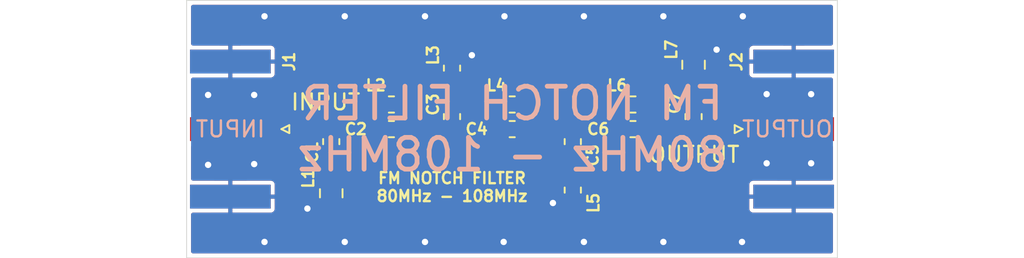
<source format=kicad_pcb>
(kicad_pcb (version 20171130) (host pcbnew 5.1.5+dfsg1-2build2)

  (general
    (thickness 1.6)
    (drawings 15)
    (tracks 40)
    (zones 0)
    (modules 16)
    (nets 10)
  )

  (page A4)
  (layers
    (0 F.Cu signal)
    (31 B.Cu signal)
    (32 B.Adhes user)
    (33 F.Adhes user)
    (34 B.Paste user)
    (35 F.Paste user)
    (36 B.SilkS user)
    (37 F.SilkS user)
    (38 B.Mask user)
    (39 F.Mask user)
    (40 Dwgs.User user)
    (41 Cmts.User user)
    (42 Eco1.User user)
    (43 Eco2.User user)
    (44 Edge.Cuts user)
    (45 Margin user)
    (46 B.CrtYd user)
    (47 F.CrtYd user)
    (48 B.Fab user hide)
    (49 F.Fab user hide)
  )

  (setup
    (last_trace_width 1)
    (user_trace_width 0.5)
    (user_trace_width 0.7)
    (user_trace_width 1)
    (trace_clearance 0.2)
    (zone_clearance 0.254)
    (zone_45_only no)
    (trace_min 0.2)
    (via_size 0.8)
    (via_drill 0.4)
    (via_min_size 0.4)
    (via_min_drill 0.3)
    (uvia_size 0.3)
    (uvia_drill 0.1)
    (uvias_allowed no)
    (uvia_min_size 0.2)
    (uvia_min_drill 0.1)
    (edge_width 0.05)
    (segment_width 0.2)
    (pcb_text_width 0.3)
    (pcb_text_size 1.5 1.5)
    (mod_edge_width 0.12)
    (mod_text_size 1 1)
    (mod_text_width 0.15)
    (pad_size 1.524 1.524)
    (pad_drill 0.762)
    (pad_to_mask_clearance 0.051)
    (solder_mask_min_width 0.25)
    (aux_axis_origin 0 0)
    (visible_elements FFFFFF7F)
    (pcbplotparams
      (layerselection 0x010fc_ffffffff)
      (usegerberextensions false)
      (usegerberattributes false)
      (usegerberadvancedattributes false)
      (creategerberjobfile false)
      (excludeedgelayer true)
      (linewidth 0.100000)
      (plotframeref false)
      (viasonmask false)
      (mode 1)
      (useauxorigin false)
      (hpglpennumber 1)
      (hpglpenspeed 20)
      (hpglpendiameter 15.000000)
      (psnegative false)
      (psa4output false)
      (plotreference true)
      (plotvalue true)
      (plotinvisibletext false)
      (padsonsilk false)
      (subtractmaskfromsilk false)
      (outputformat 1)
      (mirror false)
      (drillshape 1)
      (scaleselection 1)
      (outputdirectory ""))
  )

  (net 0 "")
  (net 1 "Net-(C1-Pad1)")
  (net 2 "Net-(C1-Pad2)")
  (net 3 "Net-(C2-Pad1)")
  (net 4 "Net-(C3-Pad2)")
  (net 5 "Net-(C4-Pad1)")
  (net 6 "Net-(C5-Pad2)")
  (net 7 "Net-(C6-Pad1)")
  (net 8 "Net-(C7-Pad2)")
  (net 9 GND)

  (net_class Default "This is the default net class."
    (clearance 0.2)
    (trace_width 0.25)
    (via_dia 0.8)
    (via_drill 0.4)
    (uvia_dia 0.3)
    (uvia_drill 0.1)
    (add_net GND)
    (add_net "Net-(C1-Pad1)")
    (add_net "Net-(C1-Pad2)")
    (add_net "Net-(C2-Pad1)")
    (add_net "Net-(C3-Pad2)")
    (add_net "Net-(C4-Pad1)")
    (add_net "Net-(C5-Pad2)")
    (add_net "Net-(C6-Pad1)")
    (add_net "Net-(C7-Pad2)")
  )

  (module Capacitor_SMD:C_0603_1608Metric (layer F.Cu) (tedit 5B301BBE) (tstamp 625188E9)
    (at 58.9 50.7875 270)
    (descr "Capacitor SMD 0603 (1608 Metric), square (rectangular) end terminal, IPC_7351 nominal, (Body size source: http://www.tortai-tech.com/upload/download/2011102023233369053.pdf), generated with kicad-footprint-generator")
    (tags capacitor)
    (path /6251278B)
    (attr smd)
    (fp_text reference C1 (at 0.6625 1.2 90) (layer F.SilkS)
      (effects (font (size 0.7 0.7) (thickness 0.15)))
    )
    (fp_text value 12p (at 0 1.43 90) (layer F.Fab)
      (effects (font (size 1 1) (thickness 0.15)))
    )
    (fp_line (start -0.8 0.4) (end -0.8 -0.4) (layer F.Fab) (width 0.1))
    (fp_line (start -0.8 -0.4) (end 0.8 -0.4) (layer F.Fab) (width 0.1))
    (fp_line (start 0.8 -0.4) (end 0.8 0.4) (layer F.Fab) (width 0.1))
    (fp_line (start 0.8 0.4) (end -0.8 0.4) (layer F.Fab) (width 0.1))
    (fp_line (start -0.162779 -0.51) (end 0.162779 -0.51) (layer F.SilkS) (width 0.12))
    (fp_line (start -0.162779 0.51) (end 0.162779 0.51) (layer F.SilkS) (width 0.12))
    (fp_line (start -1.48 0.73) (end -1.48 -0.73) (layer F.CrtYd) (width 0.05))
    (fp_line (start -1.48 -0.73) (end 1.48 -0.73) (layer F.CrtYd) (width 0.05))
    (fp_line (start 1.48 -0.73) (end 1.48 0.73) (layer F.CrtYd) (width 0.05))
    (fp_line (start 1.48 0.73) (end -1.48 0.73) (layer F.CrtYd) (width 0.05))
    (fp_text user %R (at -0.005001 0.014999 90) (layer F.Fab)
      (effects (font (size 0.4 0.4) (thickness 0.06)))
    )
    (pad 1 smd roundrect (at -0.7875 0 270) (size 0.875 0.95) (layers F.Cu F.Paste F.Mask) (roundrect_rratio 0.25)
      (net 1 "Net-(C1-Pad1)"))
    (pad 2 smd roundrect (at 0.7875 0 270) (size 0.875 0.95) (layers F.Cu F.Paste F.Mask) (roundrect_rratio 0.25)
      (net 2 "Net-(C1-Pad2)"))
    (model ${KISYS3DMOD}/Capacitor_SMD.3dshapes/C_0603_1608Metric.wrl
      (at (xyz 0 0 0))
      (scale (xyz 1 1 1))
      (rotate (xyz 0 0 0))
    )
  )

  (module Capacitor_SMD:C_0603_1608Metric (layer F.Cu) (tedit 5B301BBE) (tstamp 62519490)
    (at 62.6875 50 180)
    (descr "Capacitor SMD 0603 (1608 Metric), square (rectangular) end terminal, IPC_7351 nominal, (Body size source: http://www.tortai-tech.com/upload/download/2011102023233369053.pdf), generated with kicad-footprint-generator")
    (tags capacitor)
    (path /6251346C)
    (attr smd)
    (fp_text reference C2 (at 2.2375 0) (layer F.SilkS)
      (effects (font (size 0.7 0.7) (thickness 0.15)))
    )
    (fp_text value 82p (at 0 1.43) (layer F.Fab)
      (effects (font (size 1 1) (thickness 0.15)))
    )
    (fp_text user %R (at 0 0) (layer F.Fab)
      (effects (font (size 0.4 0.4) (thickness 0.06)))
    )
    (fp_line (start 1.48 0.73) (end -1.48 0.73) (layer F.CrtYd) (width 0.05))
    (fp_line (start 1.48 -0.73) (end 1.48 0.73) (layer F.CrtYd) (width 0.05))
    (fp_line (start -1.48 -0.73) (end 1.48 -0.73) (layer F.CrtYd) (width 0.05))
    (fp_line (start -1.48 0.73) (end -1.48 -0.73) (layer F.CrtYd) (width 0.05))
    (fp_line (start -0.162779 0.51) (end 0.162779 0.51) (layer F.SilkS) (width 0.12))
    (fp_line (start -0.162779 -0.51) (end 0.162779 -0.51) (layer F.SilkS) (width 0.12))
    (fp_line (start 0.8 0.4) (end -0.8 0.4) (layer F.Fab) (width 0.1))
    (fp_line (start 0.8 -0.4) (end 0.8 0.4) (layer F.Fab) (width 0.1))
    (fp_line (start -0.8 -0.4) (end 0.8 -0.4) (layer F.Fab) (width 0.1))
    (fp_line (start -0.8 0.4) (end -0.8 -0.4) (layer F.Fab) (width 0.1))
    (pad 2 smd roundrect (at 0.7875 0 180) (size 0.875 0.95) (layers F.Cu F.Paste F.Mask) (roundrect_rratio 0.25)
      (net 1 "Net-(C1-Pad1)"))
    (pad 1 smd roundrect (at -0.7875 0 180) (size 0.875 0.95) (layers F.Cu F.Paste F.Mask) (roundrect_rratio 0.25)
      (net 3 "Net-(C2-Pad1)"))
    (model ${KISYS3DMOD}/Capacitor_SMD.3dshapes/C_0603_1608Metric.wrl
      (at (xyz 0 0 0))
      (scale (xyz 1 1 1))
      (rotate (xyz 0 0 0))
    )
  )

  (module Capacitor_SMD:C_0603_1608Metric (layer F.Cu) (tedit 5B301BBE) (tstamp 6251890B)
    (at 66.5 49.2125 90)
    (descr "Capacitor SMD 0603 (1608 Metric), square (rectangular) end terminal, IPC_7351 nominal, (Body size source: http://www.tortai-tech.com/upload/download/2011102023233369053.pdf), generated with kicad-footprint-generator")
    (tags capacitor)
    (path /625145E7)
    (attr smd)
    (fp_text reference C3 (at 0.7625 -1.2 90) (layer F.SilkS)
      (effects (font (size 0.7 0.7) (thickness 0.15)))
    )
    (fp_text value 22p (at 0 1.43 90) (layer F.Fab)
      (effects (font (size 1 1) (thickness 0.15)))
    )
    (fp_line (start -0.8 0.4) (end -0.8 -0.4) (layer F.Fab) (width 0.1))
    (fp_line (start -0.8 -0.4) (end 0.8 -0.4) (layer F.Fab) (width 0.1))
    (fp_line (start 0.8 -0.4) (end 0.8 0.4) (layer F.Fab) (width 0.1))
    (fp_line (start 0.8 0.4) (end -0.8 0.4) (layer F.Fab) (width 0.1))
    (fp_line (start -0.162779 -0.51) (end 0.162779 -0.51) (layer F.SilkS) (width 0.12))
    (fp_line (start -0.162779 0.51) (end 0.162779 0.51) (layer F.SilkS) (width 0.12))
    (fp_line (start -1.48 0.73) (end -1.48 -0.73) (layer F.CrtYd) (width 0.05))
    (fp_line (start -1.48 -0.73) (end 1.48 -0.73) (layer F.CrtYd) (width 0.05))
    (fp_line (start 1.48 -0.73) (end 1.48 0.73) (layer F.CrtYd) (width 0.05))
    (fp_line (start 1.48 0.73) (end -1.48 0.73) (layer F.CrtYd) (width 0.05))
    (fp_text user %R (at 0 0 90) (layer F.Fab)
      (effects (font (size 0.4 0.4) (thickness 0.06)))
    )
    (pad 1 smd roundrect (at -0.7875 0 90) (size 0.875 0.95) (layers F.Cu F.Paste F.Mask) (roundrect_rratio 0.25)
      (net 3 "Net-(C2-Pad1)"))
    (pad 2 smd roundrect (at 0.7875 0 90) (size 0.875 0.95) (layers F.Cu F.Paste F.Mask) (roundrect_rratio 0.25)
      (net 4 "Net-(C3-Pad2)"))
    (model ${KISYS3DMOD}/Capacitor_SMD.3dshapes/C_0603_1608Metric.wrl
      (at (xyz 0 0 0))
      (scale (xyz 1 1 1))
      (rotate (xyz 0 0 0))
    )
  )

  (module Capacitor_SMD:C_0603_1608Metric (layer F.Cu) (tedit 5B301BBE) (tstamp 6251891C)
    (at 70.2875 50 180)
    (descr "Capacitor SMD 0603 (1608 Metric), square (rectangular) end terminal, IPC_7351 nominal, (Body size source: http://www.tortai-tech.com/upload/download/2011102023233369053.pdf), generated with kicad-footprint-generator")
    (tags capacitor)
    (path /62514FF5)
    (attr smd)
    (fp_text reference C4 (at 2.2375 0) (layer F.SilkS)
      (effects (font (size 0.7 0.7) (thickness 0.15)))
    )
    (fp_text value 75p (at 0 1.43) (layer F.Fab)
      (effects (font (size 1 1) (thickness 0.15)))
    )
    (fp_text user %R (at 0 0) (layer F.Fab)
      (effects (font (size 0.4 0.4) (thickness 0.06)))
    )
    (fp_line (start 1.48 0.73) (end -1.48 0.73) (layer F.CrtYd) (width 0.05))
    (fp_line (start 1.48 -0.73) (end 1.48 0.73) (layer F.CrtYd) (width 0.05))
    (fp_line (start -1.48 -0.73) (end 1.48 -0.73) (layer F.CrtYd) (width 0.05))
    (fp_line (start -1.48 0.73) (end -1.48 -0.73) (layer F.CrtYd) (width 0.05))
    (fp_line (start -0.162779 0.51) (end 0.162779 0.51) (layer F.SilkS) (width 0.12))
    (fp_line (start -0.162779 -0.51) (end 0.162779 -0.51) (layer F.SilkS) (width 0.12))
    (fp_line (start 0.8 0.4) (end -0.8 0.4) (layer F.Fab) (width 0.1))
    (fp_line (start 0.8 -0.4) (end 0.8 0.4) (layer F.Fab) (width 0.1))
    (fp_line (start -0.8 -0.4) (end 0.8 -0.4) (layer F.Fab) (width 0.1))
    (fp_line (start -0.8 0.4) (end -0.8 -0.4) (layer F.Fab) (width 0.1))
    (pad 2 smd roundrect (at 0.7875 0 180) (size 0.875 0.95) (layers F.Cu F.Paste F.Mask) (roundrect_rratio 0.25)
      (net 3 "Net-(C2-Pad1)"))
    (pad 1 smd roundrect (at -0.7875 0 180) (size 0.875 0.95) (layers F.Cu F.Paste F.Mask) (roundrect_rratio 0.25)
      (net 5 "Net-(C4-Pad1)"))
    (model ${KISYS3DMOD}/Capacitor_SMD.3dshapes/C_0603_1608Metric.wrl
      (at (xyz 0 0 0))
      (scale (xyz 1 1 1))
      (rotate (xyz 0 0 0))
    )
  )

  (module Capacitor_SMD:C_0603_1608Metric (layer F.Cu) (tedit 5B301BBE) (tstamp 6251A6D9)
    (at 74.1 50.7875 270)
    (descr "Capacitor SMD 0603 (1608 Metric), square (rectangular) end terminal, IPC_7351 nominal, (Body size source: http://www.tortai-tech.com/upload/download/2011102023233369053.pdf), generated with kicad-footprint-generator")
    (tags capacitor)
    (path /6251599F)
    (attr smd)
    (fp_text reference C5 (at 0.8625 -1.25 90) (layer F.SilkS)
      (effects (font (size 0.7 0.7) (thickness 0.15)))
    )
    (fp_text value 22p (at 0 1.43 90) (layer F.Fab)
      (effects (font (size 1 1) (thickness 0.15)))
    )
    (fp_line (start -0.8 0.4) (end -0.8 -0.4) (layer F.Fab) (width 0.1))
    (fp_line (start -0.8 -0.4) (end 0.8 -0.4) (layer F.Fab) (width 0.1))
    (fp_line (start 0.8 -0.4) (end 0.8 0.4) (layer F.Fab) (width 0.1))
    (fp_line (start 0.8 0.4) (end -0.8 0.4) (layer F.Fab) (width 0.1))
    (fp_line (start -0.162779 -0.51) (end 0.162779 -0.51) (layer F.SilkS) (width 0.12))
    (fp_line (start -0.162779 0.51) (end 0.162779 0.51) (layer F.SilkS) (width 0.12))
    (fp_line (start -1.48 0.73) (end -1.48 -0.73) (layer F.CrtYd) (width 0.05))
    (fp_line (start -1.48 -0.73) (end 1.48 -0.73) (layer F.CrtYd) (width 0.05))
    (fp_line (start 1.48 -0.73) (end 1.48 0.73) (layer F.CrtYd) (width 0.05))
    (fp_line (start 1.48 0.73) (end -1.48 0.73) (layer F.CrtYd) (width 0.05))
    (fp_text user %R (at 0 0 90) (layer F.Fab)
      (effects (font (size 0.4 0.4) (thickness 0.06)))
    )
    (pad 1 smd roundrect (at -0.7875 0 270) (size 0.875 0.95) (layers F.Cu F.Paste F.Mask) (roundrect_rratio 0.25)
      (net 5 "Net-(C4-Pad1)"))
    (pad 2 smd roundrect (at 0.7875 0 270) (size 0.875 0.95) (layers F.Cu F.Paste F.Mask) (roundrect_rratio 0.25)
      (net 6 "Net-(C5-Pad2)"))
    (model ${KISYS3DMOD}/Capacitor_SMD.3dshapes/C_0603_1608Metric.wrl
      (at (xyz 0 0 0))
      (scale (xyz 1 1 1))
      (rotate (xyz 0 0 0))
    )
  )

  (module Capacitor_SMD:C_0603_1608Metric (layer F.Cu) (tedit 5B301BBE) (tstamp 6251893E)
    (at 77.8875 50 180)
    (descr "Capacitor SMD 0603 (1608 Metric), square (rectangular) end terminal, IPC_7351 nominal, (Body size source: http://www.tortai-tech.com/upload/download/2011102023233369053.pdf), generated with kicad-footprint-generator")
    (tags capacitor)
    (path /62516E51)
    (attr smd)
    (fp_text reference C6 (at 2.1875 0) (layer F.SilkS)
      (effects (font (size 0.7 0.7) (thickness 0.15)))
    )
    (fp_text value 82p (at 0 1.43) (layer F.Fab)
      (effects (font (size 1 1) (thickness 0.15)))
    )
    (fp_text user %R (at 0 0) (layer F.Fab)
      (effects (font (size 0.4 0.4) (thickness 0.06)))
    )
    (fp_line (start 1.48 0.73) (end -1.48 0.73) (layer F.CrtYd) (width 0.05))
    (fp_line (start 1.48 -0.73) (end 1.48 0.73) (layer F.CrtYd) (width 0.05))
    (fp_line (start -1.48 -0.73) (end 1.48 -0.73) (layer F.CrtYd) (width 0.05))
    (fp_line (start -1.48 0.73) (end -1.48 -0.73) (layer F.CrtYd) (width 0.05))
    (fp_line (start -0.162779 0.51) (end 0.162779 0.51) (layer F.SilkS) (width 0.12))
    (fp_line (start -0.162779 -0.51) (end 0.162779 -0.51) (layer F.SilkS) (width 0.12))
    (fp_line (start 0.8 0.4) (end -0.8 0.4) (layer F.Fab) (width 0.1))
    (fp_line (start 0.8 -0.4) (end 0.8 0.4) (layer F.Fab) (width 0.1))
    (fp_line (start -0.8 -0.4) (end 0.8 -0.4) (layer F.Fab) (width 0.1))
    (fp_line (start -0.8 0.4) (end -0.8 -0.4) (layer F.Fab) (width 0.1))
    (pad 2 smd roundrect (at 0.7875 0 180) (size 0.875 0.95) (layers F.Cu F.Paste F.Mask) (roundrect_rratio 0.25)
      (net 5 "Net-(C4-Pad1)"))
    (pad 1 smd roundrect (at -0.7875 0 180) (size 0.875 0.95) (layers F.Cu F.Paste F.Mask) (roundrect_rratio 0.25)
      (net 7 "Net-(C6-Pad1)"))
    (model ${KISYS3DMOD}/Capacitor_SMD.3dshapes/C_0603_1608Metric.wrl
      (at (xyz 0 0 0))
      (scale (xyz 1 1 1))
      (rotate (xyz 0 0 0))
    )
  )

  (module Capacitor_SMD:C_0603_1608Metric (layer F.Cu) (tedit 5B301BBE) (tstamp 6251894F)
    (at 81.7 49.2125 90)
    (descr "Capacitor SMD 0603 (1608 Metric), square (rectangular) end terminal, IPC_7351 nominal, (Body size source: http://www.tortai-tech.com/upload/download/2011102023233369053.pdf), generated with kicad-footprint-generator")
    (tags capacitor)
    (path /62518681)
    (attr smd)
    (fp_text reference C7 (at 0.8625 -1.2 90) (layer F.SilkS)
      (effects (font (size 0.7 0.7) (thickness 0.15)))
    )
    (fp_text value 12p (at 0 1.43 90) (layer F.Fab)
      (effects (font (size 1 1) (thickness 0.15)))
    )
    (fp_line (start -0.8 0.4) (end -0.8 -0.4) (layer F.Fab) (width 0.1))
    (fp_line (start -0.8 -0.4) (end 0.8 -0.4) (layer F.Fab) (width 0.1))
    (fp_line (start 0.8 -0.4) (end 0.8 0.4) (layer F.Fab) (width 0.1))
    (fp_line (start 0.8 0.4) (end -0.8 0.4) (layer F.Fab) (width 0.1))
    (fp_line (start -0.162779 -0.51) (end 0.162779 -0.51) (layer F.SilkS) (width 0.12))
    (fp_line (start -0.162779 0.51) (end 0.162779 0.51) (layer F.SilkS) (width 0.12))
    (fp_line (start -1.48 0.73) (end -1.48 -0.73) (layer F.CrtYd) (width 0.05))
    (fp_line (start -1.48 -0.73) (end 1.48 -0.73) (layer F.CrtYd) (width 0.05))
    (fp_line (start 1.48 -0.73) (end 1.48 0.73) (layer F.CrtYd) (width 0.05))
    (fp_line (start 1.48 0.73) (end -1.48 0.73) (layer F.CrtYd) (width 0.05))
    (fp_text user %R (at 0 0 90) (layer F.Fab)
      (effects (font (size 0.4 0.4) (thickness 0.06)))
    )
    (pad 1 smd roundrect (at -0.7875 0 90) (size 0.875 0.95) (layers F.Cu F.Paste F.Mask) (roundrect_rratio 0.25)
      (net 7 "Net-(C6-Pad1)"))
    (pad 2 smd roundrect (at 0.7875 0 90) (size 0.875 0.95) (layers F.Cu F.Paste F.Mask) (roundrect_rratio 0.25)
      (net 8 "Net-(C7-Pad2)"))
    (model ${KISYS3DMOD}/Capacitor_SMD.3dshapes/C_0603_1608Metric.wrl
      (at (xyz 0 0 0))
      (scale (xyz 1 1 1))
      (rotate (xyz 0 0 0))
    )
  )

  (module Inductor_SMD:L_0805_2012Metric (layer F.Cu) (tedit 5B36C52B) (tstamp 62519958)
    (at 58.9 54.0375 270)
    (descr "Inductor SMD 0805 (2012 Metric), square (rectangular) end terminal, IPC_7351 nominal, (Body size source: https://docs.google.com/spreadsheets/d/1BsfQQcO9C6DZCsRaXUlFlo91Tg2WpOkGARC1WS5S8t0/edit?usp=sharing), generated with kicad-footprint-generator")
    (tags inductor)
    (path /62512E47)
    (attr smd)
    (fp_text reference L1 (at -0.9375 1.45 90) (layer F.SilkS)
      (effects (font (size 0.7 0.7) (thickness 0.15)))
    )
    (fp_text value 240n (at 0 1.65 90) (layer F.Fab)
      (effects (font (size 1 1) (thickness 0.15)))
    )
    (fp_line (start -1 0.6) (end -1 -0.6) (layer F.Fab) (width 0.1))
    (fp_line (start -1 -0.6) (end 1 -0.6) (layer F.Fab) (width 0.1))
    (fp_line (start 1 -0.6) (end 1 0.6) (layer F.Fab) (width 0.1))
    (fp_line (start 1 0.6) (end -1 0.6) (layer F.Fab) (width 0.1))
    (fp_line (start -0.258578 -0.71) (end 0.258578 -0.71) (layer F.SilkS) (width 0.12))
    (fp_line (start -0.258578 0.71) (end 0.258578 0.71) (layer F.SilkS) (width 0.12))
    (fp_line (start -1.68 0.95) (end -1.68 -0.95) (layer F.CrtYd) (width 0.05))
    (fp_line (start -1.68 -0.95) (end 1.68 -0.95) (layer F.CrtYd) (width 0.05))
    (fp_line (start 1.68 -0.95) (end 1.68 0.95) (layer F.CrtYd) (width 0.05))
    (fp_line (start 1.68 0.95) (end -1.68 0.95) (layer F.CrtYd) (width 0.05))
    (fp_text user %R (at 0 0 90) (layer F.Fab)
      (effects (font (size 0.5 0.5) (thickness 0.08)))
    )
    (pad 1 smd roundrect (at -0.9375 0 270) (size 0.975 1.4) (layers F.Cu F.Paste F.Mask) (roundrect_rratio 0.25)
      (net 2 "Net-(C1-Pad2)"))
    (pad 2 smd roundrect (at 0.9375 0 270) (size 0.975 1.4) (layers F.Cu F.Paste F.Mask) (roundrect_rratio 0.25)
      (net 9 GND))
    (model ${KISYS3DMOD}/Inductor_SMD.3dshapes/L_0805_2012Metric.wrl
      (at (xyz 0 0 0))
      (scale (xyz 1 1 1))
      (rotate (xyz 0 0 0))
    )
  )

  (module Inductor_SMD:L_0603_1608Metric (layer F.Cu) (tedit 5B301BBE) (tstamp 625189C9)
    (at 62.6875 48.45)
    (descr "Inductor SMD 0603 (1608 Metric), square (rectangular) end terminal, IPC_7351 nominal, (Body size source: http://www.tortai-tech.com/upload/download/2011102023233369053.pdf), generated with kicad-footprint-generator")
    (tags inductor)
    (path /62513FDB)
    (attr smd)
    (fp_text reference L2 (at -0.9875 -1.2) (layer F.SilkS)
      (effects (font (size 0.7 0.7) (thickness 0.15)))
    )
    (fp_text value 36n (at 0 1.43) (layer F.Fab)
      (effects (font (size 1 1) (thickness 0.15)))
    )
    (fp_line (start -0.8 0.4) (end -0.8 -0.4) (layer F.Fab) (width 0.1))
    (fp_line (start -0.8 -0.4) (end 0.8 -0.4) (layer F.Fab) (width 0.1))
    (fp_line (start 0.8 -0.4) (end 0.8 0.4) (layer F.Fab) (width 0.1))
    (fp_line (start 0.8 0.4) (end -0.8 0.4) (layer F.Fab) (width 0.1))
    (fp_line (start -0.162779 -0.51) (end 0.162779 -0.51) (layer F.SilkS) (width 0.12))
    (fp_line (start -0.162779 0.51) (end 0.162779 0.51) (layer F.SilkS) (width 0.12))
    (fp_line (start -1.48 0.73) (end -1.48 -0.73) (layer F.CrtYd) (width 0.05))
    (fp_line (start -1.48 -0.73) (end 1.48 -0.73) (layer F.CrtYd) (width 0.05))
    (fp_line (start 1.48 -0.73) (end 1.48 0.73) (layer F.CrtYd) (width 0.05))
    (fp_line (start 1.48 0.73) (end -1.48 0.73) (layer F.CrtYd) (width 0.05))
    (fp_text user %R (at 0 0) (layer F.Fab)
      (effects (font (size 0.4 0.4) (thickness 0.06)))
    )
    (pad 1 smd roundrect (at -0.7875 0) (size 0.875 0.95) (layers F.Cu F.Paste F.Mask) (roundrect_rratio 0.25)
      (net 1 "Net-(C1-Pad1)"))
    (pad 2 smd roundrect (at 0.7875 0) (size 0.875 0.95) (layers F.Cu F.Paste F.Mask) (roundrect_rratio 0.25)
      (net 3 "Net-(C2-Pad1)"))
    (model ${KISYS3DMOD}/Inductor_SMD.3dshapes/L_0603_1608Metric.wrl
      (at (xyz 0 0 0))
      (scale (xyz 1 1 1))
      (rotate (xyz 0 0 0))
    )
  )

  (module Inductor_SMD:L_0603_1608Metric (layer F.Cu) (tedit 5B301BBE) (tstamp 625189DA)
    (at 66.5 46.1625 90)
    (descr "Inductor SMD 0603 (1608 Metric), square (rectangular) end terminal, IPC_7351 nominal, (Body size source: http://www.tortai-tech.com/upload/download/2011102023233369053.pdf), generated with kicad-footprint-generator")
    (tags inductor)
    (path /62514A8D)
    (attr smd)
    (fp_text reference L3 (at 0.8125 -1.2 90) (layer F.SilkS)
      (effects (font (size 0.7 0.7) (thickness 0.15)))
    )
    (fp_text value 130n (at 0 1.43 90) (layer F.Fab)
      (effects (font (size 1 1) (thickness 0.15)))
    )
    (fp_text user %R (at 0 0 90) (layer F.Fab)
      (effects (font (size 0.4 0.4) (thickness 0.06)))
    )
    (fp_line (start 1.48 0.73) (end -1.48 0.73) (layer F.CrtYd) (width 0.05))
    (fp_line (start 1.48 -0.73) (end 1.48 0.73) (layer F.CrtYd) (width 0.05))
    (fp_line (start -1.48 -0.73) (end 1.48 -0.73) (layer F.CrtYd) (width 0.05))
    (fp_line (start -1.48 0.73) (end -1.48 -0.73) (layer F.CrtYd) (width 0.05))
    (fp_line (start -0.162779 0.51) (end 0.162779 0.51) (layer F.SilkS) (width 0.12))
    (fp_line (start -0.162779 -0.51) (end 0.162779 -0.51) (layer F.SilkS) (width 0.12))
    (fp_line (start 0.8 0.4) (end -0.8 0.4) (layer F.Fab) (width 0.1))
    (fp_line (start 0.8 -0.4) (end 0.8 0.4) (layer F.Fab) (width 0.1))
    (fp_line (start -0.8 -0.4) (end 0.8 -0.4) (layer F.Fab) (width 0.1))
    (fp_line (start -0.8 0.4) (end -0.8 -0.4) (layer F.Fab) (width 0.1))
    (pad 2 smd roundrect (at 0.7875 0 90) (size 0.875 0.95) (layers F.Cu F.Paste F.Mask) (roundrect_rratio 0.25)
      (net 9 GND))
    (pad 1 smd roundrect (at -0.7875 0 90) (size 0.875 0.95) (layers F.Cu F.Paste F.Mask) (roundrect_rratio 0.25)
      (net 4 "Net-(C3-Pad2)"))
    (model ${KISYS3DMOD}/Inductor_SMD.3dshapes/L_0603_1608Metric.wrl
      (at (xyz 0 0 0))
      (scale (xyz 1 1 1))
      (rotate (xyz 0 0 0))
    )
  )

  (module Inductor_SMD:L_0603_1608Metric (layer F.Cu) (tedit 5B301BBE) (tstamp 625189EB)
    (at 70.2875 48.45)
    (descr "Inductor SMD 0603 (1608 Metric), square (rectangular) end terminal, IPC_7351 nominal, (Body size source: http://www.tortai-tech.com/upload/download/2011102023233369053.pdf), generated with kicad-footprint-generator")
    (tags inductor)
    (path /62515483)
    (attr smd)
    (fp_text reference L4 (at -0.9875 -1.2) (layer F.SilkS)
      (effects (font (size 0.7 0.7) (thickness 0.15)))
    )
    (fp_text value 39n (at 0 1.43) (layer F.Fab)
      (effects (font (size 1 1) (thickness 0.15)))
    )
    (fp_line (start -0.8 0.4) (end -0.8 -0.4) (layer F.Fab) (width 0.1))
    (fp_line (start -0.8 -0.4) (end 0.8 -0.4) (layer F.Fab) (width 0.1))
    (fp_line (start 0.8 -0.4) (end 0.8 0.4) (layer F.Fab) (width 0.1))
    (fp_line (start 0.8 0.4) (end -0.8 0.4) (layer F.Fab) (width 0.1))
    (fp_line (start -0.162779 -0.51) (end 0.162779 -0.51) (layer F.SilkS) (width 0.12))
    (fp_line (start -0.162779 0.51) (end 0.162779 0.51) (layer F.SilkS) (width 0.12))
    (fp_line (start -1.48 0.73) (end -1.48 -0.73) (layer F.CrtYd) (width 0.05))
    (fp_line (start -1.48 -0.73) (end 1.48 -0.73) (layer F.CrtYd) (width 0.05))
    (fp_line (start 1.48 -0.73) (end 1.48 0.73) (layer F.CrtYd) (width 0.05))
    (fp_line (start 1.48 0.73) (end -1.48 0.73) (layer F.CrtYd) (width 0.05))
    (fp_text user %R (at 0 0) (layer F.Fab)
      (effects (font (size 0.4 0.4) (thickness 0.06)))
    )
    (pad 1 smd roundrect (at -0.7875 0) (size 0.875 0.95) (layers F.Cu F.Paste F.Mask) (roundrect_rratio 0.25)
      (net 3 "Net-(C2-Pad1)"))
    (pad 2 smd roundrect (at 0.7875 0) (size 0.875 0.95) (layers F.Cu F.Paste F.Mask) (roundrect_rratio 0.25)
      (net 5 "Net-(C4-Pad1)"))
    (model ${KISYS3DMOD}/Inductor_SMD.3dshapes/L_0603_1608Metric.wrl
      (at (xyz 0 0 0))
      (scale (xyz 1 1 1))
      (rotate (xyz 0 0 0))
    )
  )

  (module Inductor_SMD:L_0603_1608Metric (layer F.Cu) (tedit 5B301BBE) (tstamp 625189FC)
    (at 74.1 53.8375 270)
    (descr "Inductor SMD 0603 (1608 Metric), square (rectangular) end terminal, IPC_7351 nominal, (Body size source: http://www.tortai-tech.com/upload/download/2011102023233369053.pdf), generated with kicad-footprint-generator")
    (tags inductor)
    (path /62515DD5)
    (attr smd)
    (fp_text reference L5 (at 0.8125 -1.3 90) (layer F.SilkS)
      (effects (font (size 0.7 0.7) (thickness 0.15)))
    )
    (fp_text value 130n (at 0 1.43 90) (layer F.Fab)
      (effects (font (size 1 1) (thickness 0.15)))
    )
    (fp_text user %R (at 0 0 90) (layer F.Fab)
      (effects (font (size 0.4 0.4) (thickness 0.06)))
    )
    (fp_line (start 1.48 0.73) (end -1.48 0.73) (layer F.CrtYd) (width 0.05))
    (fp_line (start 1.48 -0.73) (end 1.48 0.73) (layer F.CrtYd) (width 0.05))
    (fp_line (start -1.48 -0.73) (end 1.48 -0.73) (layer F.CrtYd) (width 0.05))
    (fp_line (start -1.48 0.73) (end -1.48 -0.73) (layer F.CrtYd) (width 0.05))
    (fp_line (start -0.162779 0.51) (end 0.162779 0.51) (layer F.SilkS) (width 0.12))
    (fp_line (start -0.162779 -0.51) (end 0.162779 -0.51) (layer F.SilkS) (width 0.12))
    (fp_line (start 0.8 0.4) (end -0.8 0.4) (layer F.Fab) (width 0.1))
    (fp_line (start 0.8 -0.4) (end 0.8 0.4) (layer F.Fab) (width 0.1))
    (fp_line (start -0.8 -0.4) (end 0.8 -0.4) (layer F.Fab) (width 0.1))
    (fp_line (start -0.8 0.4) (end -0.8 -0.4) (layer F.Fab) (width 0.1))
    (pad 2 smd roundrect (at 0.7875 0 270) (size 0.875 0.95) (layers F.Cu F.Paste F.Mask) (roundrect_rratio 0.25)
      (net 9 GND))
    (pad 1 smd roundrect (at -0.7875 0 270) (size 0.875 0.95) (layers F.Cu F.Paste F.Mask) (roundrect_rratio 0.25)
      (net 6 "Net-(C5-Pad2)"))
    (model ${KISYS3DMOD}/Inductor_SMD.3dshapes/L_0603_1608Metric.wrl
      (at (xyz 0 0 0))
      (scale (xyz 1 1 1))
      (rotate (xyz 0 0 0))
    )
  )

  (module Inductor_SMD:L_0603_1608Metric (layer F.Cu) (tedit 5B301BBE) (tstamp 62518A0D)
    (at 77.8875 48.45)
    (descr "Inductor SMD 0603 (1608 Metric), square (rectangular) end terminal, IPC_7351 nominal, (Body size source: http://www.tortai-tech.com/upload/download/2011102023233369053.pdf), generated with kicad-footprint-generator")
    (tags inductor)
    (path /62517201)
    (attr smd)
    (fp_text reference L6 (at -0.9875 -1.2) (layer F.SilkS)
      (effects (font (size 0.7 0.7) (thickness 0.15)))
    )
    (fp_text value 36n (at 0 1.43) (layer F.Fab)
      (effects (font (size 1 1) (thickness 0.15)))
    )
    (fp_line (start -0.8 0.4) (end -0.8 -0.4) (layer F.Fab) (width 0.1))
    (fp_line (start -0.8 -0.4) (end 0.8 -0.4) (layer F.Fab) (width 0.1))
    (fp_line (start 0.8 -0.4) (end 0.8 0.4) (layer F.Fab) (width 0.1))
    (fp_line (start 0.8 0.4) (end -0.8 0.4) (layer F.Fab) (width 0.1))
    (fp_line (start -0.162779 -0.51) (end 0.162779 -0.51) (layer F.SilkS) (width 0.12))
    (fp_line (start -0.162779 0.51) (end 0.162779 0.51) (layer F.SilkS) (width 0.12))
    (fp_line (start -1.48 0.73) (end -1.48 -0.73) (layer F.CrtYd) (width 0.05))
    (fp_line (start -1.48 -0.73) (end 1.48 -0.73) (layer F.CrtYd) (width 0.05))
    (fp_line (start 1.48 -0.73) (end 1.48 0.73) (layer F.CrtYd) (width 0.05))
    (fp_line (start 1.48 0.73) (end -1.48 0.73) (layer F.CrtYd) (width 0.05))
    (fp_text user %R (at 0 0) (layer F.Fab)
      (effects (font (size 0.4 0.4) (thickness 0.06)))
    )
    (pad 1 smd roundrect (at -0.7875 0) (size 0.875 0.95) (layers F.Cu F.Paste F.Mask) (roundrect_rratio 0.25)
      (net 5 "Net-(C4-Pad1)"))
    (pad 2 smd roundrect (at 0.7875 0) (size 0.875 0.95) (layers F.Cu F.Paste F.Mask) (roundrect_rratio 0.25)
      (net 7 "Net-(C6-Pad1)"))
    (model ${KISYS3DMOD}/Inductor_SMD.3dshapes/L_0603_1608Metric.wrl
      (at (xyz 0 0 0))
      (scale (xyz 1 1 1))
      (rotate (xyz 0 0 0))
    )
  )

  (module Inductor_SMD:L_0805_2012Metric (layer F.Cu) (tedit 5B36C52B) (tstamp 62518A1E)
    (at 81.7 45.95 90)
    (descr "Inductor SMD 0805 (2012 Metric), square (rectangular) end terminal, IPC_7351 nominal, (Body size source: https://docs.google.com/spreadsheets/d/1BsfQQcO9C6DZCsRaXUlFlo91Tg2WpOkGARC1WS5S8t0/edit?usp=sharing), generated with kicad-footprint-generator")
    (tags inductor)
    (path /62518AEF)
    (attr smd)
    (fp_text reference L7 (at 0.95 -1.4 90) (layer F.SilkS)
      (effects (font (size 0.7 0.7) (thickness 0.15)))
    )
    (fp_text value 240n (at 0 1.65 90) (layer F.Fab)
      (effects (font (size 1 1) (thickness 0.15)))
    )
    (fp_text user %R (at 0 0 90) (layer F.Fab)
      (effects (font (size 0.5 0.5) (thickness 0.08)))
    )
    (fp_line (start 1.68 0.95) (end -1.68 0.95) (layer F.CrtYd) (width 0.05))
    (fp_line (start 1.68 -0.95) (end 1.68 0.95) (layer F.CrtYd) (width 0.05))
    (fp_line (start -1.68 -0.95) (end 1.68 -0.95) (layer F.CrtYd) (width 0.05))
    (fp_line (start -1.68 0.95) (end -1.68 -0.95) (layer F.CrtYd) (width 0.05))
    (fp_line (start -0.258578 0.71) (end 0.258578 0.71) (layer F.SilkS) (width 0.12))
    (fp_line (start -0.258578 -0.71) (end 0.258578 -0.71) (layer F.SilkS) (width 0.12))
    (fp_line (start 1 0.6) (end -1 0.6) (layer F.Fab) (width 0.1))
    (fp_line (start 1 -0.6) (end 1 0.6) (layer F.Fab) (width 0.1))
    (fp_line (start -1 -0.6) (end 1 -0.6) (layer F.Fab) (width 0.1))
    (fp_line (start -1 0.6) (end -1 -0.6) (layer F.Fab) (width 0.1))
    (pad 2 smd roundrect (at 0.9375 0 90) (size 0.975 1.4) (layers F.Cu F.Paste F.Mask) (roundrect_rratio 0.25)
      (net 9 GND))
    (pad 1 smd roundrect (at -0.9375 0 90) (size 0.975 1.4) (layers F.Cu F.Paste F.Mask) (roundrect_rratio 0.25)
      (net 8 "Net-(C7-Pad2)"))
    (model ${KISYS3DMOD}/Inductor_SMD.3dshapes/L_0805_2012Metric.wrl
      (at (xyz 0 0 0))
      (scale (xyz 1 1 1))
      (rotate (xyz 0 0 0))
    )
  )

  (module Connector_Coaxial:SMA_Amphenol_132289_EdgeMount (layer F.Cu) (tedit 5A1C1810) (tstamp 62519FD3)
    (at 52.55 50 180)
    (descr http://www.amphenolrf.com/132289.html)
    (tags SMA)
    (path /6253F7C6)
    (attr smd)
    (fp_text reference J1 (at -3.7 4.25 90) (layer F.SilkS)
      (effects (font (size 0.7 0.7) (thickness 0.15)))
    )
    (fp_text value Conn_Coaxial (at 5 6) (layer F.Fab)
      (effects (font (size 1 1) (thickness 0.15)))
    )
    (fp_line (start -1.91 5.08) (end 4.445 5.08) (layer F.Fab) (width 0.1))
    (fp_line (start -1.91 3.81) (end -1.91 5.08) (layer F.Fab) (width 0.1))
    (fp_line (start 2.54 3.81) (end -1.91 3.81) (layer F.Fab) (width 0.1))
    (fp_line (start 2.54 -3.81) (end 2.54 3.81) (layer F.Fab) (width 0.1))
    (fp_line (start -1.91 -3.81) (end 2.54 -3.81) (layer F.Fab) (width 0.1))
    (fp_line (start -1.91 -5.08) (end -1.91 -3.81) (layer F.Fab) (width 0.1))
    (fp_line (start -1.91 -5.08) (end 4.445 -5.08) (layer F.Fab) (width 0.1))
    (fp_line (start 4.445 -3.81) (end 4.445 -5.08) (layer F.Fab) (width 0.1))
    (fp_line (start 4.445 5.08) (end 4.445 3.81) (layer F.Fab) (width 0.1))
    (fp_line (start 13.97 3.81) (end 4.445 3.81) (layer F.Fab) (width 0.1))
    (fp_line (start 13.97 -3.81) (end 13.97 3.81) (layer F.Fab) (width 0.1))
    (fp_line (start 4.445 -3.81) (end 13.97 -3.81) (layer F.Fab) (width 0.1))
    (fp_line (start -3.04 5.58) (end -3.04 -5.58) (layer B.CrtYd) (width 0.05))
    (fp_line (start 14.47 5.58) (end -3.04 5.58) (layer B.CrtYd) (width 0.05))
    (fp_line (start 14.47 -5.58) (end 14.47 5.58) (layer B.CrtYd) (width 0.05))
    (fp_line (start 14.47 -5.58) (end -3.04 -5.58) (layer B.CrtYd) (width 0.05))
    (fp_line (start -3.04 5.58) (end -3.04 -5.58) (layer F.CrtYd) (width 0.05))
    (fp_line (start 14.47 5.58) (end -3.04 5.58) (layer F.CrtYd) (width 0.05))
    (fp_line (start 14.47 -5.58) (end 14.47 5.58) (layer F.CrtYd) (width 0.05))
    (fp_line (start 14.47 -5.58) (end -3.04 -5.58) (layer F.CrtYd) (width 0.05))
    (fp_text user %R (at 4.79 0 270) (layer F.Fab)
      (effects (font (size 1 1) (thickness 0.15)))
    )
    (fp_line (start 2.54 -0.75) (end 3.54 0) (layer F.Fab) (width 0.1))
    (fp_line (start 3.54 0) (end 2.54 0.75) (layer F.Fab) (width 0.1))
    (fp_line (start -3.21 0) (end -3.71 -0.25) (layer F.SilkS) (width 0.12))
    (fp_line (start -3.71 -0.25) (end -3.71 0.25) (layer F.SilkS) (width 0.12))
    (fp_line (start -3.71 0.25) (end -3.21 0) (layer F.SilkS) (width 0.12))
    (pad 1 smd rect (at 0 0 270) (size 1.5 5.08) (layers F.Cu F.Paste F.Mask)
      (net 1 "Net-(C1-Pad1)"))
    (pad 2 smd rect (at 0 -4.25 270) (size 1.5 5.08) (layers F.Cu F.Paste F.Mask)
      (net 9 GND))
    (pad 2 smd rect (at 0 4.25 270) (size 1.5 5.08) (layers F.Cu F.Paste F.Mask)
      (net 9 GND))
    (pad 2 smd rect (at 0 -4.25 270) (size 1.5 5.08) (layers B.Cu B.Paste B.Mask)
      (net 9 GND))
    (pad 2 smd rect (at 0 4.25 270) (size 1.5 5.08) (layers B.Cu B.Paste B.Mask)
      (net 9 GND))
    (model ${KISYS3DMOD}/Connector_Coaxial.3dshapes/SMA_Amphenol_132289_EdgeMount.wrl
      (at (xyz 0 0 0))
      (scale (xyz 1 1 1))
      (rotate (xyz 0 0 0))
    )
  )

  (module Connector_Coaxial:SMA_Amphenol_132289_EdgeMount (layer F.Cu) (tedit 5A1C1810) (tstamp 62519FF6)
    (at 88 50)
    (descr http://www.amphenolrf.com/132289.html)
    (tags SMA)
    (path /6253CDCB)
    (attr smd)
    (fp_text reference J2 (at -3.6 -4.25 90) (layer F.SilkS)
      (effects (font (size 0.7 0.7) (thickness 0.15)))
    )
    (fp_text value Conn_Coaxial (at 5 6) (layer F.Fab)
      (effects (font (size 1 1) (thickness 0.15)))
    )
    (fp_line (start -3.71 0.25) (end -3.21 0) (layer F.SilkS) (width 0.12))
    (fp_line (start -3.71 -0.25) (end -3.71 0.25) (layer F.SilkS) (width 0.12))
    (fp_line (start -3.21 0) (end -3.71 -0.25) (layer F.SilkS) (width 0.12))
    (fp_line (start 3.54 0) (end 2.54 0.75) (layer F.Fab) (width 0.1))
    (fp_line (start 2.54 -0.75) (end 3.54 0) (layer F.Fab) (width 0.1))
    (fp_text user %R (at 4.79 0 270) (layer F.Fab)
      (effects (font (size 1 1) (thickness 0.15)))
    )
    (fp_line (start 14.47 -5.58) (end -3.04 -5.58) (layer F.CrtYd) (width 0.05))
    (fp_line (start 14.47 -5.58) (end 14.47 5.58) (layer F.CrtYd) (width 0.05))
    (fp_line (start 14.47 5.58) (end -3.04 5.58) (layer F.CrtYd) (width 0.05))
    (fp_line (start -3.04 5.58) (end -3.04 -5.58) (layer F.CrtYd) (width 0.05))
    (fp_line (start 14.47 -5.58) (end -3.04 -5.58) (layer B.CrtYd) (width 0.05))
    (fp_line (start 14.47 -5.58) (end 14.47 5.58) (layer B.CrtYd) (width 0.05))
    (fp_line (start 14.47 5.58) (end -3.04 5.58) (layer B.CrtYd) (width 0.05))
    (fp_line (start -3.04 5.58) (end -3.04 -5.58) (layer B.CrtYd) (width 0.05))
    (fp_line (start 4.445 -3.81) (end 13.97 -3.81) (layer F.Fab) (width 0.1))
    (fp_line (start 13.97 -3.81) (end 13.97 3.81) (layer F.Fab) (width 0.1))
    (fp_line (start 13.97 3.81) (end 4.445 3.81) (layer F.Fab) (width 0.1))
    (fp_line (start 4.445 5.08) (end 4.445 3.81) (layer F.Fab) (width 0.1))
    (fp_line (start 4.445 -3.81) (end 4.445 -5.08) (layer F.Fab) (width 0.1))
    (fp_line (start -1.91 -5.08) (end 4.445 -5.08) (layer F.Fab) (width 0.1))
    (fp_line (start -1.91 -5.08) (end -1.91 -3.81) (layer F.Fab) (width 0.1))
    (fp_line (start -1.91 -3.81) (end 2.54 -3.81) (layer F.Fab) (width 0.1))
    (fp_line (start 2.54 -3.81) (end 2.54 3.81) (layer F.Fab) (width 0.1))
    (fp_line (start 2.54 3.81) (end -1.91 3.81) (layer F.Fab) (width 0.1))
    (fp_line (start -1.91 3.81) (end -1.91 5.08) (layer F.Fab) (width 0.1))
    (fp_line (start -1.91 5.08) (end 4.445 5.08) (layer F.Fab) (width 0.1))
    (pad 2 smd rect (at 0 4.25 90) (size 1.5 5.08) (layers B.Cu B.Paste B.Mask)
      (net 9 GND))
    (pad 2 smd rect (at 0 -4.25 90) (size 1.5 5.08) (layers B.Cu B.Paste B.Mask)
      (net 9 GND))
    (pad 2 smd rect (at 0 4.25 90) (size 1.5 5.08) (layers F.Cu F.Paste F.Mask)
      (net 9 GND))
    (pad 2 smd rect (at 0 -4.25 90) (size 1.5 5.08) (layers F.Cu F.Paste F.Mask)
      (net 9 GND))
    (pad 1 smd rect (at 0 0 90) (size 1.5 5.08) (layers F.Cu F.Paste F.Mask)
      (net 7 "Net-(C6-Pad1)"))
    (model ${KISYS3DMOD}/Connector_Coaxial.3dshapes/SMA_Amphenol_132289_EdgeMount.wrl
      (at (xyz 0 0 0))
      (scale (xyz 1 1 1))
      (rotate (xyz 0 0 0))
    )
  )

  (gr_text "FM NOTCH FILTER\n80MHz - 108MHz" (at 70.3 50) (layer B.SilkS)
    (effects (font (size 2 2) (thickness 0.3)) (justify mirror))
  )
  (gr_text OUTPUT (at 87.6 50) (layer B.SilkS)
    (effects (font (size 1 1) (thickness 0.15)) (justify mirror))
  )
  (gr_text INPUT (at 52.55 50) (layer B.SilkS)
    (effects (font (size 1 1) (thickness 0.15)) (justify mirror))
  )
  (gr_text "FM NOTCH FILTER\n80MHz - 108MHz" (at 66.5 53.65) (layer F.SilkS)
    (effects (font (size 0.7 0.7) (thickness 0.15)))
  )
  (gr_text OUTPUT (at 81.75 51.6) (layer F.SilkS)
    (effects (font (size 1 1) (thickness 0.15)))
  )
  (gr_text INPUT (at 58.55 48.3) (layer F.SilkS)
    (effects (font (size 1 1) (thickness 0.15)))
  )
  (gr_line (start 49.8 58.1) (end 49.8 41.9) (layer Edge.Cuts) (width 0.05) (tstamp 62519A43))
  (gr_line (start 90.75 58.1) (end 49.8 58.1) (layer Edge.Cuts) (width 0.05))
  (gr_line (start 90.75 41.9) (end 90.75 58.1) (layer Edge.Cuts) (width 0.05))
  (gr_line (start 49.8 41.9) (end 90.75 41.9) (layer Edge.Cuts) (width 0.05))
  (gr_line (start 90.75 43.9) (end 90.75 56.1) (layer Eco2.User) (width 0.15))
  (gr_line (start 49.8 56.1) (end 90.75 56.1) (layer Eco2.User) (width 0.15))
  (gr_line (start 49.8 43.9) (end 90.75 43.9) (layer Eco2.User) (width 0.15))
  (gr_line (start 49.8 43.9) (end 49.8 56.1) (layer Eco2.User) (width 0.15))
  (gr_line (start 50 50) (end 90.75 50) (layer Eco2.User) (width 0.15))

  (via (at 83.15 45) (size 0.8) (drill 0.4) (layers F.Cu B.Cu) (net 0))
  (segment (start 52.55 50) (end 61.9 50) (width 1) (layer F.Cu) (net 1) (status 20))
  (segment (start 61.9 48.45) (end 61.9 50) (width 1) (layer F.Cu) (net 1) (status 30))
  (segment (start 58.9 51.575) (end 58.9 53.1) (width 1) (layer F.Cu) (net 2) (status 30))
  (segment (start 63.475 50) (end 69.5 50) (width 1) (layer F.Cu) (net 3) (status 30))
  (segment (start 69.5 48.45) (end 69.5 50) (width 1) (layer F.Cu) (net 3) (status 30))
  (segment (start 63.475 48.45) (end 63.475 50) (width 1) (layer F.Cu) (net 3) (status 30))
  (segment (start 66.5 48.425) (end 66.5 46.95) (width 1) (layer F.Cu) (net 4) (status 30))
  (segment (start 71.075 50) (end 77.1 50) (width 1) (layer F.Cu) (net 5) (status 30))
  (segment (start 77.1 48.45) (end 77.1 50) (width 1) (layer F.Cu) (net 5) (status 30))
  (segment (start 71.075 50) (end 71.075 48.45) (width 1) (layer F.Cu) (net 5) (status 30))
  (segment (start 74.1 51.575) (end 74.1 53.05) (width 1) (layer F.Cu) (net 6) (status 30))
  (segment (start 78.675 50) (end 88.02 50) (width 1) (layer F.Cu) (net 7) (status 10))
  (segment (start 78.675 48.45) (end 78.675 50) (width 1) (layer F.Cu) (net 7) (status 30))
  (segment (start 81.7 48.425) (end 81.7 46.8875) (width 1) (layer F.Cu) (net 8) (status 30))
  (via (at 51.15 47.85) (size 0.8) (drill 0.4) (layers F.Cu B.Cu) (net 9))
  (via (at 54.05 47.85) (size 0.8) (drill 0.4) (layers F.Cu B.Cu) (net 9))
  (via (at 51.15 52.25) (size 0.8) (drill 0.4) (layers F.Cu B.Cu) (net 9))
  (via (at 54.05 52.2) (size 0.8) (drill 0.4) (layers F.Cu B.Cu) (net 9))
  (via (at 86.3 47.8) (size 0.8) (drill 0.4) (layers F.Cu B.Cu) (net 9))
  (via (at 89.1 47.8) (size 0.8) (drill 0.4) (layers F.Cu B.Cu) (net 9))
  (via (at 86.3 52.15) (size 0.8) (drill 0.4) (layers F.Cu B.Cu) (net 9))
  (via (at 89.1 52.15) (size 0.8) (drill 0.4) (layers F.Cu B.Cu) (net 9))
  (via (at 54.7 57.1) (size 0.8) (drill 0.4) (layers F.Cu B.Cu) (net 9))
  (via (at 59.75 57.1) (size 0.8) (drill 0.4) (layers F.Cu B.Cu) (net 9))
  (via (at 64.8 57.1) (size 0.8) (drill 0.4) (layers F.Cu B.Cu) (net 9))
  (via (at 69.75 57.1) (size 0.8) (drill 0.4) (layers F.Cu B.Cu) (net 9))
  (via (at 74.8 57.1) (size 0.8) (drill 0.4) (layers F.Cu B.Cu) (net 9))
  (via (at 79.8 57.1) (size 0.8) (drill 0.4) (layers F.Cu B.Cu) (net 9))
  (via (at 84.75 57.1) (size 0.8) (drill 0.4) (layers F.Cu B.Cu) (net 9))
  (via (at 54.7 42.9) (size 0.8) (drill 0.4) (layers F.Cu B.Cu) (net 9))
  (via (at 59.75 42.9) (size 0.8) (drill 0.4) (layers F.Cu B.Cu) (net 9))
  (via (at 64.8 42.9) (size 0.8) (drill 0.4) (layers F.Cu B.Cu) (net 9))
  (via (at 69.8 42.9) (size 0.8) (drill 0.4) (layers F.Cu B.Cu) (net 9))
  (via (at 74.8 42.9) (size 0.8) (drill 0.4) (layers F.Cu B.Cu) (net 9))
  (via (at 79.8 42.9) (size 0.8) (drill 0.4) (layers F.Cu B.Cu) (net 9))
  (via (at 84.8 42.9) (size 0.8) (drill 0.4) (layers F.Cu B.Cu) (net 9))
  (via (at 57.4 55) (size 0.8) (drill 0.4) (layers F.Cu B.Cu) (net 9))
  (via (at 72.85 54.65) (size 0.8) (drill 0.4) (layers F.Cu B.Cu) (net 9))
  (via (at 67.75 45.35) (size 0.8) (drill 0.4) (layers F.Cu B.Cu) (net 9))

  (zone (net 9) (net_name GND) (layer F.Cu) (tstamp 0) (hatch edge 0.508)
    (connect_pads (clearance 0.254))
    (min_thickness 0.254)
    (fill yes (arc_segments 32) (thermal_gap 0.254) (thermal_bridge_width 0.255))
    (polygon
      (pts
        (xy 90.75 58.1) (xy 49.8 58.1) (xy 49.8 41.9) (xy 90.75 41.9)
      )
    )
    (filled_polygon
      (pts
        (xy 77.900451 50.48647) (xy 77.956044 50.590477) (xy 78.03086 50.68164) (xy 78.122023 50.756456) (xy 78.22603 50.812049)
        (xy 78.338885 50.846284) (xy 78.45625 50.857843) (xy 78.46798 50.857843) (xy 78.502294 50.868252) (xy 78.631727 50.881)
        (xy 78.675 50.885262) (xy 78.718273 50.881) (xy 85.101595 50.881) (xy 85.106299 50.896508) (xy 85.141678 50.962696)
        (xy 85.189289 51.020711) (xy 85.247304 51.068322) (xy 85.313492 51.103701) (xy 85.385311 51.125487) (xy 85.46 51.132843)
        (xy 90.344001 51.132843) (xy 90.344001 53.117305) (xy 88.09575 53.119) (xy 88.0005 53.21425) (xy 88.0005 54.2495)
        (xy 88.0205 54.2495) (xy 88.0205 54.2505) (xy 88.0005 54.2505) (xy 88.0005 55.28575) (xy 88.09575 55.381)
        (xy 90.344001 55.382695) (xy 90.344001 57.694) (xy 50.206 57.694) (xy 50.206 55.4625) (xy 57.817157 55.4625)
        (xy 57.824513 55.537189) (xy 57.846299 55.609008) (xy 57.881678 55.675196) (xy 57.929289 55.733211) (xy 57.987304 55.780822)
        (xy 58.053492 55.816201) (xy 58.125311 55.837987) (xy 58.2 55.845343) (xy 58.80425 55.8435) (xy 58.8995 55.74825)
        (xy 58.8995 54.9755) (xy 58.9005 54.9755) (xy 58.9005 55.74825) (xy 58.99575 55.8435) (xy 59.6 55.845343)
        (xy 59.674689 55.837987) (xy 59.746508 55.816201) (xy 59.812696 55.780822) (xy 59.870711 55.733211) (xy 59.918322 55.675196)
        (xy 59.953701 55.609008) (xy 59.975487 55.537189) (xy 59.982843 55.4625) (xy 59.981 55.07075) (xy 59.97275 55.0625)
        (xy 73.242157 55.0625) (xy 73.249513 55.137189) (xy 73.271299 55.209008) (xy 73.306678 55.275196) (xy 73.354289 55.333211)
        (xy 73.412304 55.380822) (xy 73.478492 55.416201) (xy 73.550311 55.437987) (xy 73.625 55.445343) (xy 74.00425 55.4435)
        (xy 74.0995 55.34825) (xy 74.0995 54.6255) (xy 74.1005 54.6255) (xy 74.1005 55.34825) (xy 74.19575 55.4435)
        (xy 74.575 55.445343) (xy 74.649689 55.437987) (xy 74.721508 55.416201) (xy 74.787696 55.380822) (xy 74.845711 55.333211)
        (xy 74.893322 55.275196) (xy 74.928701 55.209008) (xy 74.950487 55.137189) (xy 74.957843 55.0625) (xy 74.957506 55)
        (xy 85.077157 55) (xy 85.084513 55.074689) (xy 85.106299 55.146508) (xy 85.141678 55.212696) (xy 85.189289 55.270711)
        (xy 85.247304 55.318322) (xy 85.313492 55.353701) (xy 85.385311 55.375487) (xy 85.46 55.382843) (xy 87.90425 55.381)
        (xy 87.9995 55.28575) (xy 87.9995 54.2505) (xy 85.17425 54.2505) (xy 85.079 54.34575) (xy 85.077157 55)
        (xy 74.957506 55) (xy 74.956 54.72075) (xy 74.86075 54.6255) (xy 74.1005 54.6255) (xy 74.0995 54.6255)
        (xy 73.33925 54.6255) (xy 73.244 54.72075) (xy 73.242157 55.0625) (xy 59.97275 55.0625) (xy 59.88575 54.9755)
        (xy 58.9005 54.9755) (xy 58.8995 54.9755) (xy 57.91425 54.9755) (xy 57.819 55.07075) (xy 57.817157 55.4625)
        (xy 50.206 55.4625) (xy 50.206 55.382695) (xy 52.45425 55.381) (xy 52.5495 55.28575) (xy 52.5495 54.2505)
        (xy 52.5505 54.2505) (xy 52.5505 55.28575) (xy 52.64575 55.381) (xy 55.09 55.382843) (xy 55.164689 55.375487)
        (xy 55.236508 55.353701) (xy 55.302696 55.318322) (xy 55.360711 55.270711) (xy 55.408322 55.212696) (xy 55.443701 55.146508)
        (xy 55.465487 55.074689) (xy 55.472843 55) (xy 55.4714 54.4875) (xy 57.817157 54.4875) (xy 57.819 54.87925)
        (xy 57.91425 54.9745) (xy 58.8995 54.9745) (xy 58.8995 54.20175) (xy 58.9005 54.20175) (xy 58.9005 54.9745)
        (xy 59.88575 54.9745) (xy 59.981 54.87925) (xy 59.982843 54.4875) (xy 59.975487 54.412811) (xy 59.953701 54.340992)
        (xy 59.918322 54.274804) (xy 59.870711 54.216789) (xy 59.812696 54.169178) (xy 59.746508 54.133799) (xy 59.674689 54.112013)
        (xy 59.6 54.104657) (xy 58.99575 54.1065) (xy 58.9005 54.20175) (xy 58.8995 54.20175) (xy 58.80425 54.1065)
        (xy 58.2 54.104657) (xy 58.125311 54.112013) (xy 58.053492 54.133799) (xy 57.987304 54.169178) (xy 57.929289 54.216789)
        (xy 57.881678 54.274804) (xy 57.846299 54.340992) (xy 57.824513 54.412811) (xy 57.817157 54.4875) (xy 55.4714 54.4875)
        (xy 55.471 54.34575) (xy 55.37575 54.2505) (xy 52.5505 54.2505) (xy 52.5495 54.2505) (xy 52.5295 54.2505)
        (xy 52.5295 54.2495) (xy 52.5495 54.2495) (xy 52.5495 53.21425) (xy 52.5505 53.21425) (xy 52.5505 54.2495)
        (xy 55.37575 54.2495) (xy 55.471 54.15425) (xy 55.472843 53.5) (xy 55.465487 53.425311) (xy 55.443701 53.353492)
        (xy 55.408322 53.287304) (xy 55.360711 53.229289) (xy 55.302696 53.181678) (xy 55.236508 53.146299) (xy 55.164689 53.124513)
        (xy 55.09 53.117157) (xy 52.64575 53.119) (xy 52.5505 53.21425) (xy 52.5495 53.21425) (xy 52.45425 53.119)
        (xy 50.206 53.117305) (xy 50.206 51.132843) (xy 55.09 51.132843) (xy 55.164689 51.125487) (xy 55.236508 51.103701)
        (xy 55.302696 51.068322) (xy 55.360711 51.020711) (xy 55.408322 50.962696) (xy 55.443701 50.896508) (xy 55.448405 50.881)
        (xy 58.279114 50.881) (xy 58.21836 50.93086) (xy 58.143544 51.022023) (xy 58.087951 51.12603) (xy 58.053716 51.238885)
        (xy 58.042157 51.35625) (xy 58.042157 51.367981) (xy 58.031748 51.402295) (xy 58.019 51.531728) (xy 58.019001 52.398148)
        (xy 58.000682 52.413182) (xy 57.922757 52.508134) (xy 57.864854 52.616463) (xy 57.829197 52.734008) (xy 57.817157 52.85625)
        (xy 57.817157 53.34375) (xy 57.829197 53.465992) (xy 57.864854 53.583537) (xy 57.922757 53.691866) (xy 58.000682 53.786818)
        (xy 58.095634 53.864743) (xy 58.203963 53.922646) (xy 58.321508 53.958303) (xy 58.44375 53.970343) (xy 58.748525 53.970343)
        (xy 58.9 53.985262) (xy 59.051476 53.970343) (xy 59.35625 53.970343) (xy 59.478492 53.958303) (xy 59.596037 53.922646)
        (xy 59.704366 53.864743) (xy 59.799318 53.786818) (xy 59.877243 53.691866) (xy 59.935146 53.583537) (xy 59.970803 53.465992)
        (xy 59.982843 53.34375) (xy 59.982843 52.85625) (xy 59.970803 52.734008) (xy 59.935146 52.616463) (xy 59.877243 52.508134)
        (xy 59.799318 52.413182) (xy 59.781 52.398149) (xy 59.781 51.531727) (xy 59.768252 51.402294) (xy 59.757843 51.36798)
        (xy 59.757843 51.35625) (xy 59.746284 51.238885) (xy 59.712049 51.12603) (xy 59.656456 51.022023) (xy 59.58164 50.93086)
        (xy 59.520886 50.881) (xy 61.856727 50.881) (xy 61.9 50.885262) (xy 62.072706 50.868252) (xy 62.10702 50.857843)
        (xy 62.11875 50.857843) (xy 62.236115 50.846284) (xy 62.34897 50.812049) (xy 62.452977 50.756456) (xy 62.54414 50.68164)
        (xy 62.618956 50.590477) (xy 62.674549 50.48647) (xy 62.6875 50.443777) (xy 62.700451 50.48647) (xy 62.756044 50.590477)
        (xy 62.83086 50.68164) (xy 62.922023 50.756456) (xy 63.02603 50.812049) (xy 63.138885 50.846284) (xy 63.25625 50.857843)
        (xy 63.26798 50.857843) (xy 63.302294 50.868252) (xy 63.431727 50.881) (xy 63.475 50.885262) (xy 63.518273 50.881)
        (xy 69.456727 50.881) (xy 69.5 50.885262) (xy 69.672706 50.868252) (xy 69.70702 50.857843) (xy 69.71875 50.857843)
        (xy 69.836115 50.846284) (xy 69.94897 50.812049) (xy 70.052977 50.756456) (xy 70.14414 50.68164) (xy 70.218956 50.590477)
        (xy 70.274549 50.48647) (xy 70.2875 50.443777) (xy 70.300451 50.48647) (xy 70.356044 50.590477) (xy 70.43086 50.68164)
        (xy 70.522023 50.756456) (xy 70.62603 50.812049) (xy 70.738885 50.846284) (xy 70.85625 50.857843) (xy 70.86798 50.857843)
        (xy 70.902294 50.868252) (xy 71.075 50.885262) (xy 71.118273 50.881) (xy 73.479114 50.881) (xy 73.41836 50.93086)
        (xy 73.343544 51.022023) (xy 73.287951 51.12603) (xy 73.253716 51.238885) (xy 73.242157 51.35625) (xy 73.242157 51.367981)
        (xy 73.231748 51.402295) (xy 73.219 51.531728) (xy 73.219001 53.093273) (xy 73.231749 53.222706) (xy 73.242157 53.257016)
        (xy 73.242157 53.26875) (xy 73.253716 53.386115) (xy 73.287951 53.49897) (xy 73.343544 53.602977) (xy 73.41836 53.69414)
        (xy 73.509523 53.768956) (xy 73.58389 53.808706) (xy 73.550311 53.812013) (xy 73.478492 53.833799) (xy 73.412304 53.869178)
        (xy 73.354289 53.916789) (xy 73.306678 53.974804) (xy 73.271299 54.040992) (xy 73.249513 54.112811) (xy 73.242157 54.1875)
        (xy 73.244 54.52925) (xy 73.33925 54.6245) (xy 74.0995 54.6245) (xy 74.0995 54.6045) (xy 74.1005 54.6045)
        (xy 74.1005 54.6245) (xy 74.86075 54.6245) (xy 74.956 54.52925) (xy 74.957843 54.1875) (xy 74.950487 54.112811)
        (xy 74.928701 54.040992) (xy 74.893322 53.974804) (xy 74.845711 53.916789) (xy 74.787696 53.869178) (xy 74.721508 53.833799)
        (xy 74.649689 53.812013) (xy 74.61611 53.808706) (xy 74.690477 53.768956) (xy 74.78164 53.69414) (xy 74.856456 53.602977)
        (xy 74.911498 53.5) (xy 85.077157 53.5) (xy 85.079 54.15425) (xy 85.17425 54.2495) (xy 87.9995 54.2495)
        (xy 87.9995 53.21425) (xy 87.90425 53.119) (xy 85.46 53.117157) (xy 85.385311 53.124513) (xy 85.313492 53.146299)
        (xy 85.247304 53.181678) (xy 85.189289 53.229289) (xy 85.141678 53.287304) (xy 85.106299 53.353492) (xy 85.084513 53.425311)
        (xy 85.077157 53.5) (xy 74.911498 53.5) (xy 74.912049 53.49897) (xy 74.946284 53.386115) (xy 74.957843 53.26875)
        (xy 74.957843 53.25702) (xy 74.968252 53.222706) (xy 74.981 53.093273) (xy 74.981 51.531727) (xy 74.968252 51.402294)
        (xy 74.957843 51.36798) (xy 74.957843 51.35625) (xy 74.946284 51.238885) (xy 74.912049 51.12603) (xy 74.856456 51.022023)
        (xy 74.78164 50.93086) (xy 74.720886 50.881) (xy 77.056727 50.881) (xy 77.1 50.885262) (xy 77.272706 50.868252)
        (xy 77.30702 50.857843) (xy 77.31875 50.857843) (xy 77.436115 50.846284) (xy 77.54897 50.812049) (xy 77.652977 50.756456)
        (xy 77.74414 50.68164) (xy 77.818956 50.590477) (xy 77.874549 50.48647) (xy 77.8875 50.443777)
      )
    )
    (filled_polygon
      (pts
        (xy 90.344 44.617305) (xy 88.09575 44.619) (xy 88.0005 44.71425) (xy 88.0005 45.7495) (xy 88.0205 45.7495)
        (xy 88.0205 45.7505) (xy 88.0005 45.7505) (xy 88.0005 46.78575) (xy 88.09575 46.881) (xy 90.344 46.882695)
        (xy 90.344 48.867157) (xy 85.46 48.867157) (xy 85.385311 48.874513) (xy 85.313492 48.896299) (xy 85.247304 48.931678)
        (xy 85.189289 48.979289) (xy 85.141678 49.037304) (xy 85.106299 49.103492) (xy 85.101595 49.119) (xy 82.320886 49.119)
        (xy 82.38164 49.06914) (xy 82.456456 48.977977) (xy 82.512049 48.87397) (xy 82.546284 48.761115) (xy 82.557843 48.64375)
        (xy 82.557843 48.63202) (xy 82.568252 48.597706) (xy 82.581 48.468273) (xy 82.581 47.589351) (xy 82.599318 47.574318)
        (xy 82.677243 47.479366) (xy 82.735146 47.371037) (xy 82.770803 47.253492) (xy 82.782843 47.13125) (xy 82.782843 46.64375)
        (xy 82.770803 46.521508) (xy 82.764279 46.5) (xy 85.077157 46.5) (xy 85.084513 46.574689) (xy 85.106299 46.646508)
        (xy 85.141678 46.712696) (xy 85.189289 46.770711) (xy 85.247304 46.818322) (xy 85.313492 46.853701) (xy 85.385311 46.875487)
        (xy 85.46 46.882843) (xy 87.90425 46.881) (xy 87.9995 46.78575) (xy 87.9995 45.7505) (xy 85.17425 45.7505)
        (xy 85.079 45.84575) (xy 85.077157 46.5) (xy 82.764279 46.5) (xy 82.735146 46.403963) (xy 82.677243 46.295634)
        (xy 82.599318 46.200682) (xy 82.504366 46.122757) (xy 82.396037 46.064854) (xy 82.278492 46.029197) (xy 82.15625 46.017157)
        (xy 81.851476 46.017157) (xy 81.7 46.002238) (xy 81.548525 46.017157) (xy 81.24375 46.017157) (xy 81.121508 46.029197)
        (xy 81.003963 46.064854) (xy 80.895634 46.122757) (xy 80.800682 46.200682) (xy 80.722757 46.295634) (xy 80.664854 46.403963)
        (xy 80.629197 46.521508) (xy 80.617157 46.64375) (xy 80.617157 47.13125) (xy 80.629197 47.253492) (xy 80.664854 47.371037)
        (xy 80.722757 47.479366) (xy 80.800682 47.574318) (xy 80.819001 47.589352) (xy 80.819 48.468272) (xy 80.831748 48.597705)
        (xy 80.842157 48.632019) (xy 80.842157 48.64375) (xy 80.853716 48.761115) (xy 80.887951 48.87397) (xy 80.943544 48.977977)
        (xy 81.01836 49.06914) (xy 81.079114 49.119) (xy 79.556 49.119) (xy 79.556 48.406727) (xy 79.543252 48.277294)
        (xy 79.492875 48.111225) (xy 79.485937 48.098245) (xy 79.483784 48.076385) (xy 79.449549 47.96353) (xy 79.393956 47.859523)
        (xy 79.31914 47.76836) (xy 79.227977 47.693544) (xy 79.12397 47.637951) (xy 79.011115 47.603716) (xy 78.89375 47.592157)
        (xy 78.882019 47.592157) (xy 78.847705 47.581748) (xy 78.675 47.564738) (xy 78.502294 47.581748) (xy 78.46798 47.592157)
        (xy 78.45625 47.592157) (xy 78.338885 47.603716) (xy 78.22603 47.637951) (xy 78.122023 47.693544) (xy 78.03086 47.76836)
        (xy 77.956044 47.859523) (xy 77.900451 47.96353) (xy 77.8875 48.006223) (xy 77.874549 47.96353) (xy 77.818956 47.859523)
        (xy 77.74414 47.76836) (xy 77.652977 47.693544) (xy 77.54897 47.637951) (xy 77.436115 47.603716) (xy 77.31875 47.592157)
        (xy 77.307019 47.592157) (xy 77.272705 47.581748) (xy 77.1 47.564738) (xy 76.927294 47.581748) (xy 76.89298 47.592157)
        (xy 76.88125 47.592157) (xy 76.763885 47.603716) (xy 76.65103 47.637951) (xy 76.547023 47.693544) (xy 76.45586 47.76836)
        (xy 76.381044 47.859523) (xy 76.325451 47.96353) (xy 76.291216 48.076385) (xy 76.289063 48.098246) (xy 76.282125 48.111226)
        (xy 76.231748 48.277295) (xy 76.219 48.406728) (xy 76.219 49.119) (xy 71.956 49.119) (xy 71.956 48.406727)
        (xy 71.943252 48.277294) (xy 71.892875 48.111225) (xy 71.885937 48.098245) (xy 71.883784 48.076385) (xy 71.849549 47.96353)
        (xy 71.793956 47.859523) (xy 71.71914 47.76836) (xy 71.627977 47.693544) (xy 71.52397 47.637951) (xy 71.411115 47.603716)
        (xy 71.29375 47.592157) (xy 71.28202 47.592157) (xy 71.247706 47.581748) (xy 71.075 47.564738) (xy 70.902295 47.581748)
        (xy 70.867981 47.592157) (xy 70.85625 47.592157) (xy 70.738885 47.603716) (xy 70.62603 47.637951) (xy 70.522023 47.693544)
        (xy 70.43086 47.76836) (xy 70.356044 47.859523) (xy 70.300451 47.96353) (xy 70.2875 48.006223) (xy 70.274549 47.96353)
        (xy 70.218956 47.859523) (xy 70.14414 47.76836) (xy 70.052977 47.693544) (xy 69.94897 47.637951) (xy 69.836115 47.603716)
        (xy 69.71875 47.592157) (xy 69.707019 47.592157) (xy 69.672705 47.581748) (xy 69.5 47.564738) (xy 69.327294 47.581748)
        (xy 69.29298 47.592157) (xy 69.28125 47.592157) (xy 69.163885 47.603716) (xy 69.05103 47.637951) (xy 68.947023 47.693544)
        (xy 68.85586 47.76836) (xy 68.781044 47.859523) (xy 68.725451 47.96353) (xy 68.691216 48.076385) (xy 68.689063 48.098246)
        (xy 68.682125 48.111226) (xy 68.631748 48.277295) (xy 68.619 48.406728) (xy 68.619 49.119) (xy 67.120886 49.119)
        (xy 67.18164 49.06914) (xy 67.256456 48.977977) (xy 67.312049 48.87397) (xy 67.346284 48.761115) (xy 67.357843 48.64375)
        (xy 67.357843 48.63202) (xy 67.368252 48.597706) (xy 67.381 48.468273) (xy 67.381 46.906727) (xy 67.368252 46.777294)
        (xy 67.357843 46.74298) (xy 67.357843 46.73125) (xy 67.346284 46.613885) (xy 67.312049 46.50103) (xy 67.256456 46.397023)
        (xy 67.18164 46.30586) (xy 67.090477 46.231044) (xy 67.01611 46.191294) (xy 67.049689 46.187987) (xy 67.121508 46.166201)
        (xy 67.187696 46.130822) (xy 67.245711 46.083211) (xy 67.293322 46.025196) (xy 67.328701 45.959008) (xy 67.350487 45.887189)
        (xy 67.357843 45.8125) (xy 67.356158 45.5) (xy 80.617157 45.5) (xy 80.624513 45.574689) (xy 80.646299 45.646508)
        (xy 80.681678 45.712696) (xy 80.729289 45.770711) (xy 80.787304 45.818322) (xy 80.853492 45.853701) (xy 80.925311 45.875487)
        (xy 81 45.882843) (xy 81.60425 45.881) (xy 81.6995 45.78575) (xy 81.6995 45.013) (xy 81.7005 45.013)
        (xy 81.7005 45.78575) (xy 81.79575 45.881) (xy 82.4 45.882843) (xy 82.474689 45.875487) (xy 82.546508 45.853701)
        (xy 82.612696 45.818322) (xy 82.670711 45.770711) (xy 82.718322 45.712696) (xy 82.753701 45.646508) (xy 82.775487 45.574689)
        (xy 82.782843 45.5) (xy 82.781 45.10825) (xy 82.68575 45.013) (xy 81.7005 45.013) (xy 81.6995 45.013)
        (xy 80.71425 45.013) (xy 80.619 45.10825) (xy 80.617157 45.5) (xy 67.356158 45.5) (xy 67.356 45.47075)
        (xy 67.26075 45.3755) (xy 66.5005 45.3755) (xy 66.5005 45.3955) (xy 66.4995 45.3955) (xy 66.4995 45.3755)
        (xy 65.73925 45.3755) (xy 65.644 45.47075) (xy 65.642157 45.8125) (xy 65.649513 45.887189) (xy 65.671299 45.959008)
        (xy 65.706678 46.025196) (xy 65.754289 46.083211) (xy 65.812304 46.130822) (xy 65.878492 46.166201) (xy 65.950311 46.187987)
        (xy 65.98389 46.191294) (xy 65.909523 46.231044) (xy 65.81836 46.30586) (xy 65.743544 46.397023) (xy 65.687951 46.50103)
        (xy 65.653716 46.613885) (xy 65.642157 46.73125) (xy 65.642157 46.742984) (xy 65.631749 46.777294) (xy 65.619001 46.906727)
        (xy 65.619 48.468272) (xy 65.631748 48.597705) (xy 65.642157 48.632019) (xy 65.642157 48.64375) (xy 65.653716 48.761115)
        (xy 65.687951 48.87397) (xy 65.743544 48.977977) (xy 65.81836 49.06914) (xy 65.879114 49.119) (xy 64.356 49.119)
        (xy 64.356 48.406727) (xy 64.343252 48.277294) (xy 64.292875 48.111225) (xy 64.285937 48.098245) (xy 64.283784 48.076385)
        (xy 64.249549 47.96353) (xy 64.193956 47.859523) (xy 64.11914 47.76836) (xy 64.027977 47.693544) (xy 63.92397 47.637951)
        (xy 63.811115 47.603716) (xy 63.69375 47.592157) (xy 63.682019 47.592157) (xy 63.647705 47.581748) (xy 63.475 47.564738)
        (xy 63.302294 47.581748) (xy 63.26798 47.592157) (xy 63.25625 47.592157) (xy 63.138885 47.603716) (xy 63.02603 47.637951)
        (xy 62.922023 47.693544) (xy 62.83086 47.76836) (xy 62.756044 47.859523) (xy 62.700451 47.96353) (xy 62.6875 48.006223)
        (xy 62.674549 47.96353) (xy 62.618956 47.859523) (xy 62.54414 47.76836) (xy 62.452977 47.693544) (xy 62.34897 47.637951)
        (xy 62.236115 47.603716) (xy 62.11875 47.592157) (xy 62.107019 47.592157) (xy 62.072705 47.581748) (xy 61.9 47.564738)
        (xy 61.727294 47.581748) (xy 61.69298 47.592157) (xy 61.68125 47.592157) (xy 61.563885 47.603716) (xy 61.45103 47.637951)
        (xy 61.347023 47.693544) (xy 61.25586 47.76836) (xy 61.181044 47.859523) (xy 61.125451 47.96353) (xy 61.091216 48.076385)
        (xy 61.089063 48.098246) (xy 61.082125 48.111226) (xy 61.031748 48.277295) (xy 61.019 48.406728) (xy 61.019 49.119)
        (xy 55.448405 49.119) (xy 55.443701 49.103492) (xy 55.408322 49.037304) (xy 55.360711 48.979289) (xy 55.302696 48.931678)
        (xy 55.236508 48.896299) (xy 55.164689 48.874513) (xy 55.09 48.867157) (xy 50.206 48.867157) (xy 50.206 46.882695)
        (xy 52.45425 46.881) (xy 52.5495 46.78575) (xy 52.5495 45.7505) (xy 52.5505 45.7505) (xy 52.5505 46.78575)
        (xy 52.64575 46.881) (xy 55.09 46.882843) (xy 55.164689 46.875487) (xy 55.236508 46.853701) (xy 55.302696 46.818322)
        (xy 55.360711 46.770711) (xy 55.408322 46.712696) (xy 55.443701 46.646508) (xy 55.465487 46.574689) (xy 55.472843 46.5)
        (xy 55.471 45.84575) (xy 55.37575 45.7505) (xy 52.5505 45.7505) (xy 52.5495 45.7505) (xy 52.5295 45.7505)
        (xy 52.5295 45.7495) (xy 52.5495 45.7495) (xy 52.5495 44.71425) (xy 52.5505 44.71425) (xy 52.5505 45.7495)
        (xy 55.37575 45.7495) (xy 55.471 45.65425) (xy 55.472843 45) (xy 55.466688 44.9375) (xy 65.642157 44.9375)
        (xy 65.644 45.27925) (xy 65.73925 45.3745) (xy 66.4995 45.3745) (xy 66.4995 44.65175) (xy 66.5005 44.65175)
        (xy 66.5005 45.3745) (xy 67.26075 45.3745) (xy 67.356 45.27925) (xy 67.357843 44.9375) (xy 67.350487 44.862811)
        (xy 67.328701 44.790992) (xy 67.293322 44.724804) (xy 67.245711 44.666789) (xy 67.187696 44.619178) (xy 67.121508 44.583799)
        (xy 67.049689 44.562013) (xy 66.975 44.554657) (xy 66.59575 44.5565) (xy 66.5005 44.65175) (xy 66.4995 44.65175)
        (xy 66.40425 44.5565) (xy 66.025 44.554657) (xy 65.950311 44.562013) (xy 65.878492 44.583799) (xy 65.812304 44.619178)
        (xy 65.754289 44.666789) (xy 65.706678 44.724804) (xy 65.671299 44.790992) (xy 65.649513 44.862811) (xy 65.642157 44.9375)
        (xy 55.466688 44.9375) (xy 55.465487 44.925311) (xy 55.443701 44.853492) (xy 55.408322 44.787304) (xy 55.360711 44.729289)
        (xy 55.302696 44.681678) (xy 55.236508 44.646299) (xy 55.164689 44.624513) (xy 55.09 44.617157) (xy 52.64575 44.619)
        (xy 52.5505 44.71425) (xy 52.5495 44.71425) (xy 52.45425 44.619) (xy 50.206 44.617305) (xy 50.206 44.525)
        (xy 80.617157 44.525) (xy 80.619 44.91675) (xy 80.71425 45.012) (xy 81.6995 45.012) (xy 81.6995 44.23925)
        (xy 81.7005 44.23925) (xy 81.7005 45.012) (xy 82.68575 45.012) (xy 82.69775 45) (xy 85.077157 45)
        (xy 85.079 45.65425) (xy 85.17425 45.7495) (xy 87.9995 45.7495) (xy 87.9995 44.71425) (xy 87.90425 44.619)
        (xy 85.46 44.617157) (xy 85.385311 44.624513) (xy 85.313492 44.646299) (xy 85.247304 44.681678) (xy 85.189289 44.729289)
        (xy 85.141678 44.787304) (xy 85.106299 44.853492) (xy 85.084513 44.925311) (xy 85.077157 45) (xy 82.69775 45)
        (xy 82.781 44.91675) (xy 82.782843 44.525) (xy 82.775487 44.450311) (xy 82.753701 44.378492) (xy 82.718322 44.312304)
        (xy 82.670711 44.254289) (xy 82.612696 44.206678) (xy 82.546508 44.171299) (xy 82.474689 44.149513) (xy 82.4 44.142157)
        (xy 81.79575 44.144) (xy 81.7005 44.23925) (xy 81.6995 44.23925) (xy 81.60425 44.144) (xy 81 44.142157)
        (xy 80.925311 44.149513) (xy 80.853492 44.171299) (xy 80.787304 44.206678) (xy 80.729289 44.254289) (xy 80.681678 44.312304)
        (xy 80.646299 44.378492) (xy 80.624513 44.450311) (xy 80.617157 44.525) (xy 50.206 44.525) (xy 50.206 42.306)
        (xy 90.344 42.306)
      )
    )
  )
  (zone (net 9) (net_name GND) (layer B.Cu) (tstamp 0) (hatch edge 0.508)
    (connect_pads (clearance 0.254))
    (min_thickness 0.254)
    (fill yes (arc_segments 32) (thermal_gap 0.254) (thermal_bridge_width 0.255))
    (polygon
      (pts
        (xy 90.75 58.1) (xy 49.8 58.1) (xy 49.8 41.9) (xy 90.75 41.9)
      )
    )
    (filled_polygon
      (pts
        (xy 90.344 44.617305) (xy 88.09575 44.619) (xy 88.0005 44.71425) (xy 88.0005 45.7495) (xy 88.0205 45.7495)
        (xy 88.0205 45.7505) (xy 88.0005 45.7505) (xy 88.0005 46.78575) (xy 88.09575 46.881) (xy 90.344 46.882695)
        (xy 90.344001 53.117305) (xy 88.09575 53.119) (xy 88.0005 53.21425) (xy 88.0005 54.2495) (xy 88.0205 54.2495)
        (xy 88.0205 54.2505) (xy 88.0005 54.2505) (xy 88.0005 55.28575) (xy 88.09575 55.381) (xy 90.344001 55.382695)
        (xy 90.344001 57.694) (xy 50.206 57.694) (xy 50.206 55.382695) (xy 52.45425 55.381) (xy 52.5495 55.28575)
        (xy 52.5495 54.2505) (xy 52.5505 54.2505) (xy 52.5505 55.28575) (xy 52.64575 55.381) (xy 55.09 55.382843)
        (xy 55.164689 55.375487) (xy 55.236508 55.353701) (xy 55.302696 55.318322) (xy 55.360711 55.270711) (xy 55.408322 55.212696)
        (xy 55.443701 55.146508) (xy 55.465487 55.074689) (xy 55.472843 55) (xy 85.077157 55) (xy 85.084513 55.074689)
        (xy 85.106299 55.146508) (xy 85.141678 55.212696) (xy 85.189289 55.270711) (xy 85.247304 55.318322) (xy 85.313492 55.353701)
        (xy 85.385311 55.375487) (xy 85.46 55.382843) (xy 87.90425 55.381) (xy 87.9995 55.28575) (xy 87.9995 54.2505)
        (xy 85.17425 54.2505) (xy 85.079 54.34575) (xy 85.077157 55) (xy 55.472843 55) (xy 55.471 54.34575)
        (xy 55.37575 54.2505) (xy 52.5505 54.2505) (xy 52.5495 54.2505) (xy 52.5295 54.2505) (xy 52.5295 54.2495)
        (xy 52.5495 54.2495) (xy 52.5495 53.21425) (xy 52.5505 53.21425) (xy 52.5505 54.2495) (xy 55.37575 54.2495)
        (xy 55.471 54.15425) (xy 55.472843 53.5) (xy 85.077157 53.5) (xy 85.079 54.15425) (xy 85.17425 54.2495)
        (xy 87.9995 54.2495) (xy 87.9995 53.21425) (xy 87.90425 53.119) (xy 85.46 53.117157) (xy 85.385311 53.124513)
        (xy 85.313492 53.146299) (xy 85.247304 53.181678) (xy 85.189289 53.229289) (xy 85.141678 53.287304) (xy 85.106299 53.353492)
        (xy 85.084513 53.425311) (xy 85.077157 53.5) (xy 55.472843 53.5) (xy 55.465487 53.425311) (xy 55.443701 53.353492)
        (xy 55.408322 53.287304) (xy 55.360711 53.229289) (xy 55.302696 53.181678) (xy 55.236508 53.146299) (xy 55.164689 53.124513)
        (xy 55.09 53.117157) (xy 52.64575 53.119) (xy 52.5505 53.21425) (xy 52.5495 53.21425) (xy 52.45425 53.119)
        (xy 50.206 53.117305) (xy 50.206 46.882695) (xy 52.45425 46.881) (xy 52.5495 46.78575) (xy 52.5495 45.7505)
        (xy 52.5505 45.7505) (xy 52.5505 46.78575) (xy 52.64575 46.881) (xy 55.09 46.882843) (xy 55.164689 46.875487)
        (xy 55.236508 46.853701) (xy 55.302696 46.818322) (xy 55.360711 46.770711) (xy 55.408322 46.712696) (xy 55.443701 46.646508)
        (xy 55.465487 46.574689) (xy 55.472843 46.5) (xy 85.077157 46.5) (xy 85.084513 46.574689) (xy 85.106299 46.646508)
        (xy 85.141678 46.712696) (xy 85.189289 46.770711) (xy 85.247304 46.818322) (xy 85.313492 46.853701) (xy 85.385311 46.875487)
        (xy 85.46 46.882843) (xy 87.90425 46.881) (xy 87.9995 46.78575) (xy 87.9995 45.7505) (xy 85.17425 45.7505)
        (xy 85.079 45.84575) (xy 85.077157 46.5) (xy 55.472843 46.5) (xy 55.471 45.84575) (xy 55.37575 45.7505)
        (xy 52.5505 45.7505) (xy 52.5495 45.7505) (xy 52.5295 45.7505) (xy 52.5295 45.7495) (xy 52.5495 45.7495)
        (xy 52.5495 44.71425) (xy 52.5505 44.71425) (xy 52.5505 45.7495) (xy 55.37575 45.7495) (xy 55.471 45.65425)
        (xy 55.472843 45) (xy 85.077157 45) (xy 85.079 45.65425) (xy 85.17425 45.7495) (xy 87.9995 45.7495)
        (xy 87.9995 44.71425) (xy 87.90425 44.619) (xy 85.46 44.617157) (xy 85.385311 44.624513) (xy 85.313492 44.646299)
        (xy 85.247304 44.681678) (xy 85.189289 44.729289) (xy 85.141678 44.787304) (xy 85.106299 44.853492) (xy 85.084513 44.925311)
        (xy 85.077157 45) (xy 55.472843 45) (xy 55.465487 44.925311) (xy 55.443701 44.853492) (xy 55.408322 44.787304)
        (xy 55.360711 44.729289) (xy 55.302696 44.681678) (xy 55.236508 44.646299) (xy 55.164689 44.624513) (xy 55.09 44.617157)
        (xy 52.64575 44.619) (xy 52.5505 44.71425) (xy 52.5495 44.71425) (xy 52.45425 44.619) (xy 50.206 44.617305)
        (xy 50.206 42.306) (xy 90.344 42.306)
      )
    )
  )
  (zone (net 0) (net_name "") (layer F.Mask) (tstamp 0) (hatch edge 0.508)
    (connect_pads (clearance 0.254))
    (min_thickness 0.254)
    (fill yes (arc_segments 32) (thermal_gap 0.254) (thermal_bridge_width 0.255))
    (polygon
      (pts
        (xy 90.75 43.9) (xy 49.8 43.9) (xy 49.8 41.9) (xy 90.75 41.9)
      )
    )
    (filled_polygon
      (pts
        (xy 90.623 43.773) (xy 49.927 43.773) (xy 49.927 42.027) (xy 90.623 42.027)
      )
    )
  )
  (zone (net 0) (net_name "") (layer F.Mask) (tstamp 0) (hatch edge 0.508)
    (connect_pads (clearance 0.254))
    (min_thickness 0.254)
    (fill yes (arc_segments 32) (thermal_gap 0.254) (thermal_bridge_width 0.255))
    (polygon
      (pts
        (xy 90.75 58.1) (xy 49.8 58.1) (xy 49.8 56.1) (xy 90.75 56.1)
      )
    )
    (filled_polygon
      (pts
        (xy 90.623 57.973) (xy 49.927 57.973) (xy 49.927 56.227) (xy 90.623 56.227)
      )
    )
  )
  (zone (net 0) (net_name "") (layer B.Mask) (tstamp 0) (hatch edge 0.508)
    (connect_pads (clearance 0.254))
    (min_thickness 0.254)
    (fill yes (arc_segments 32) (thermal_gap 0.254) (thermal_bridge_width 0.255))
    (polygon
      (pts
        (xy 90.75 58.1) (xy 49.8 58.1) (xy 49.8 56.1) (xy 90.75 56.1)
      )
    )
    (filled_polygon
      (pts
        (xy 90.623 57.973) (xy 49.927 57.973) (xy 49.927 56.227) (xy 90.623 56.227)
      )
    )
  )
  (zone (net 0) (net_name "") (layer B.Mask) (tstamp 0) (hatch edge 0.508)
    (connect_pads (clearance 0.254))
    (min_thickness 0.254)
    (fill yes (arc_segments 32) (thermal_gap 0.254) (thermal_bridge_width 0.255))
    (polygon
      (pts
        (xy 90.75 43.9) (xy 49.8 43.9) (xy 49.8 41.9) (xy 90.75 41.9)
      )
    )
    (filled_polygon
      (pts
        (xy 90.623 43.773) (xy 49.927 43.773) (xy 49.927 42.027) (xy 90.623 42.027)
      )
    )
  )
)

</source>
